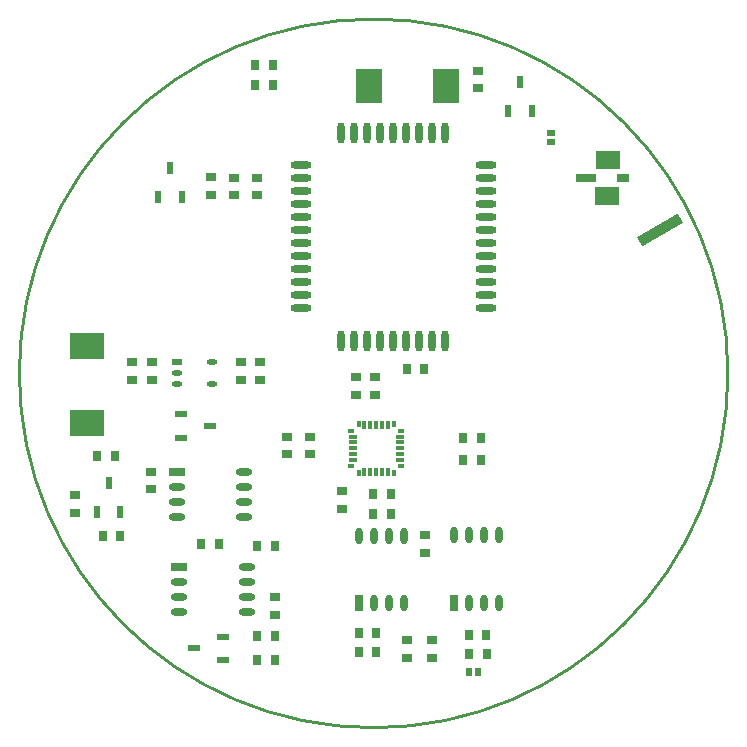
<source format=gtp>
%FSLAX25Y25*%
%MOIN*%
G70*
G01*
G75*
G04 Layer_Color=8421504*
%ADD10C,0.02500*%
%ADD11R,0.11811X0.08661*%
%ADD12R,0.03347X0.02756*%
%ADD13R,0.02756X0.03347*%
%ADD14O,0.03543X0.01969*%
%ADD15O,0.03543X0.01969*%
%ADD16R,0.03543X0.01969*%
%ADD17R,0.01969X0.03150*%
%ADD18R,0.02362X0.03937*%
%ADD19O,0.02500X0.05500*%
%ADD20R,0.02500X0.05500*%
%ADD21R,0.03150X0.01969*%
%ADD22R,0.08661X0.11811*%
%ADD23O,0.05500X0.02500*%
%ADD24R,0.05500X0.02500*%
%ADD25R,0.02165X0.01181*%
%ADD26R,0.03150X0.01181*%
%ADD27R,0.01181X0.02165*%
%ADD28R,0.01181X0.03150*%
%ADD29R,0.03937X0.02362*%
%ADD30O,0.02362X0.07087*%
%ADD31O,0.07087X0.02362*%
%ADD32R,0.07000X0.03150*%
%ADD33R,0.07874X0.06000*%
%ADD34R,0.03937X0.03150*%
G04:AMPARAMS|DCode=35|XSize=35.43mil|YSize=157.48mil|CornerRadius=1.77mil|HoleSize=0mil|Usage=FLASHONLY|Rotation=300.000|XOffset=0mil|YOffset=0mil|HoleType=Round|Shape=RoundedRectangle|*
%AMROUNDEDRECTD35*
21,1,0.03543,0.15394,0,0,300.0*
21,1,0.03189,0.15748,0,0,300.0*
1,1,0.00354,-0.05868,-0.05229*
1,1,0.00354,-0.07463,-0.02468*
1,1,0.00354,0.05868,0.05229*
1,1,0.00354,0.07463,0.02468*
%
%ADD35ROUNDEDRECTD35*%
%ADD36C,0.02000*%
%ADD37C,0.07000*%
%ADD38C,0.00800*%
%ADD39C,0.01000*%
%ADD40C,0.04000*%
%ADD41C,0.05000*%
%ADD42C,0.03000*%
%ADD43R,0.07874X0.11811*%
%ADD44O,0.07874X0.11811*%
%ADD45R,0.05906X0.05906*%
%ADD46C,0.05906*%
%ADD47R,0.05906X0.05906*%
%ADD48C,0.06000*%
G04:AMPARAMS|DCode=49|XSize=51.18mil|YSize=173.23mil|CornerRadius=2.56mil|HoleSize=0mil|Usage=FLASHONLY|Rotation=300.000|XOffset=0mil|YOffset=0mil|HoleType=Round|Shape=RoundedRectangle|*
%AMROUNDEDRECTD49*
21,1,0.05118,0.16811,0,0,300.0*
21,1,0.04606,0.17323,0,0,300.0*
1,1,0.00512,-0.06128,-0.06197*
1,1,0.00512,-0.08431,-0.02208*
1,1,0.00512,0.06128,0.06197*
1,1,0.00512,0.08431,0.02208*
%
%ADD49ROUNDEDRECTD49*%
%ADD50C,0.03000*%
%ADD51C,0.02000*%
%ADD52C,0.05000*%
%ADD53R,0.01575X0.03347*%
%ADD54R,0.02756X0.08268*%
%ADD55R,0.02559X0.04843*%
%ADD56C,0.00500*%
%ADD57C,0.00787*%
%ADD58R,0.11811X0.01575*%
%ADD59R,0.01575X0.11811*%
D11*
X343400Y277500D02*
D03*
Y251909D02*
D03*
D12*
X473900Y363500D02*
D03*
Y369406D02*
D03*
X364700Y235700D02*
D03*
Y229795D02*
D03*
X450100Y179605D02*
D03*
Y173700D02*
D03*
X410135Y247400D02*
D03*
Y241494D02*
D03*
X384700Y327994D02*
D03*
Y333900D02*
D03*
X458300Y179605D02*
D03*
Y173700D02*
D03*
X406000Y187995D02*
D03*
Y193900D02*
D03*
X394800Y266394D02*
D03*
Y272300D02*
D03*
X358400Y266400D02*
D03*
Y272305D02*
D03*
X433100Y261300D02*
D03*
Y267206D02*
D03*
X365000Y272300D02*
D03*
Y266394D02*
D03*
X401100Y272300D02*
D03*
Y266394D02*
D03*
X339400Y222094D02*
D03*
Y228000D02*
D03*
X439400Y267206D02*
D03*
Y261300D02*
D03*
X392300Y333705D02*
D03*
Y327800D02*
D03*
X417700Y241494D02*
D03*
Y247400D02*
D03*
X400000Y327795D02*
D03*
Y333700D02*
D03*
X428500Y229306D02*
D03*
Y223400D02*
D03*
X456200Y208580D02*
D03*
Y214486D02*
D03*
D13*
X439906Y175700D02*
D03*
X434000D02*
D03*
X434000Y181800D02*
D03*
X439906D02*
D03*
X354606Y214300D02*
D03*
X348700D02*
D03*
X444805Y221700D02*
D03*
X438900D02*
D03*
X444805Y228300D02*
D03*
X438900D02*
D03*
X470694Y181400D02*
D03*
X476600D02*
D03*
X470794Y175000D02*
D03*
X476700D02*
D03*
X474672Y246978D02*
D03*
X468767D02*
D03*
X455900Y270100D02*
D03*
X449995D02*
D03*
X400095Y180800D02*
D03*
X406000D02*
D03*
X352805Y241100D02*
D03*
X346900D02*
D03*
X405406Y371200D02*
D03*
X399500D02*
D03*
X399400Y364700D02*
D03*
X405305D02*
D03*
X400095Y172900D02*
D03*
X406000D02*
D03*
X381500Y211500D02*
D03*
X387405D02*
D03*
X474667Y239578D02*
D03*
X468761D02*
D03*
X400095Y211100D02*
D03*
X406000D02*
D03*
D14*
X373300Y264820D02*
D03*
Y268560D02*
D03*
X385111Y264820D02*
D03*
D15*
Y272300D02*
D03*
D16*
X373300D02*
D03*
D17*
X473753Y169100D02*
D03*
X470800D02*
D03*
D18*
X491774Y355900D02*
D03*
X487837Y365742D02*
D03*
X483900Y355900D02*
D03*
X354574Y222200D02*
D03*
X350637Y232043D02*
D03*
X346700Y222200D02*
D03*
X375074Y327200D02*
D03*
X371137Y337042D02*
D03*
X367200Y327200D02*
D03*
D19*
X444000Y214438D02*
D03*
X434000D02*
D03*
X449000D02*
D03*
X444000Y191800D02*
D03*
X449000D02*
D03*
X439000Y214438D02*
D03*
Y191800D02*
D03*
X475645Y214486D02*
D03*
X465645D02*
D03*
X480645D02*
D03*
X475645Y191848D02*
D03*
X480645D02*
D03*
X470645Y214486D02*
D03*
Y191848D02*
D03*
D20*
X434000Y191800D02*
D03*
X465645Y191848D02*
D03*
D21*
X498000Y345747D02*
D03*
Y348700D02*
D03*
D22*
X437509Y364400D02*
D03*
X463100D02*
D03*
D23*
X395938Y225600D02*
D03*
Y235600D02*
D03*
Y220600D02*
D03*
X373300Y225600D02*
D03*
Y220600D02*
D03*
X395938Y230600D02*
D03*
X373300D02*
D03*
X396838Y193900D02*
D03*
Y203900D02*
D03*
Y188900D02*
D03*
X374200Y193900D02*
D03*
Y188900D02*
D03*
X396838Y198900D02*
D03*
X374200D02*
D03*
D24*
X373300Y235600D02*
D03*
X374200Y203900D02*
D03*
D25*
X431606Y249400D02*
D03*
Y237589D02*
D03*
X448181D02*
D03*
Y249400D02*
D03*
D26*
X432098Y247431D02*
D03*
Y245463D02*
D03*
Y243495D02*
D03*
Y241526D02*
D03*
Y239558D02*
D03*
X447689D02*
D03*
Y241526D02*
D03*
Y243495D02*
D03*
Y245463D02*
D03*
Y247431D02*
D03*
D27*
X433988Y235207D02*
D03*
X445799D02*
D03*
Y251782D02*
D03*
X433988D02*
D03*
D28*
X435957Y235699D02*
D03*
X437925D02*
D03*
X439894D02*
D03*
X441862D02*
D03*
X443831D02*
D03*
Y251290D02*
D03*
X441862D02*
D03*
X439894D02*
D03*
X437925D02*
D03*
X435957D02*
D03*
D29*
X388800Y180774D02*
D03*
X378958Y176837D02*
D03*
X388800Y172900D02*
D03*
X374700Y247026D02*
D03*
X384542Y250963D02*
D03*
X374700Y254900D02*
D03*
D30*
X428283Y348727D02*
D03*
X432613D02*
D03*
X436944D02*
D03*
X441275D02*
D03*
X445605D02*
D03*
X449936D02*
D03*
X454267D02*
D03*
X458598D02*
D03*
X462928D02*
D03*
Y279435D02*
D03*
X458598D02*
D03*
X454267D02*
D03*
X449936D02*
D03*
X445605D02*
D03*
X441275D02*
D03*
X436944D02*
D03*
X432613D02*
D03*
X428283D02*
D03*
D31*
X476511Y337900D02*
D03*
Y333569D02*
D03*
Y329239D02*
D03*
Y324908D02*
D03*
Y320577D02*
D03*
Y316246D02*
D03*
Y311916D02*
D03*
Y307585D02*
D03*
Y303254D02*
D03*
Y298924D02*
D03*
Y294593D02*
D03*
Y290262D02*
D03*
X414700D02*
D03*
Y294593D02*
D03*
Y298924D02*
D03*
Y303254D02*
D03*
Y307585D02*
D03*
Y311916D02*
D03*
Y316246D02*
D03*
Y320577D02*
D03*
Y324908D02*
D03*
Y329239D02*
D03*
Y333569D02*
D03*
Y337900D02*
D03*
D32*
X509764Y333600D02*
D03*
D33*
X516900Y327500D02*
D03*
X517000Y339736D02*
D03*
D34*
X522000Y333600D02*
D03*
D35*
X534500Y316300D02*
D03*
D39*
X557110Y268500D02*
G03*
X557110Y268500I-118110J0D01*
G01*
M02*

</source>
